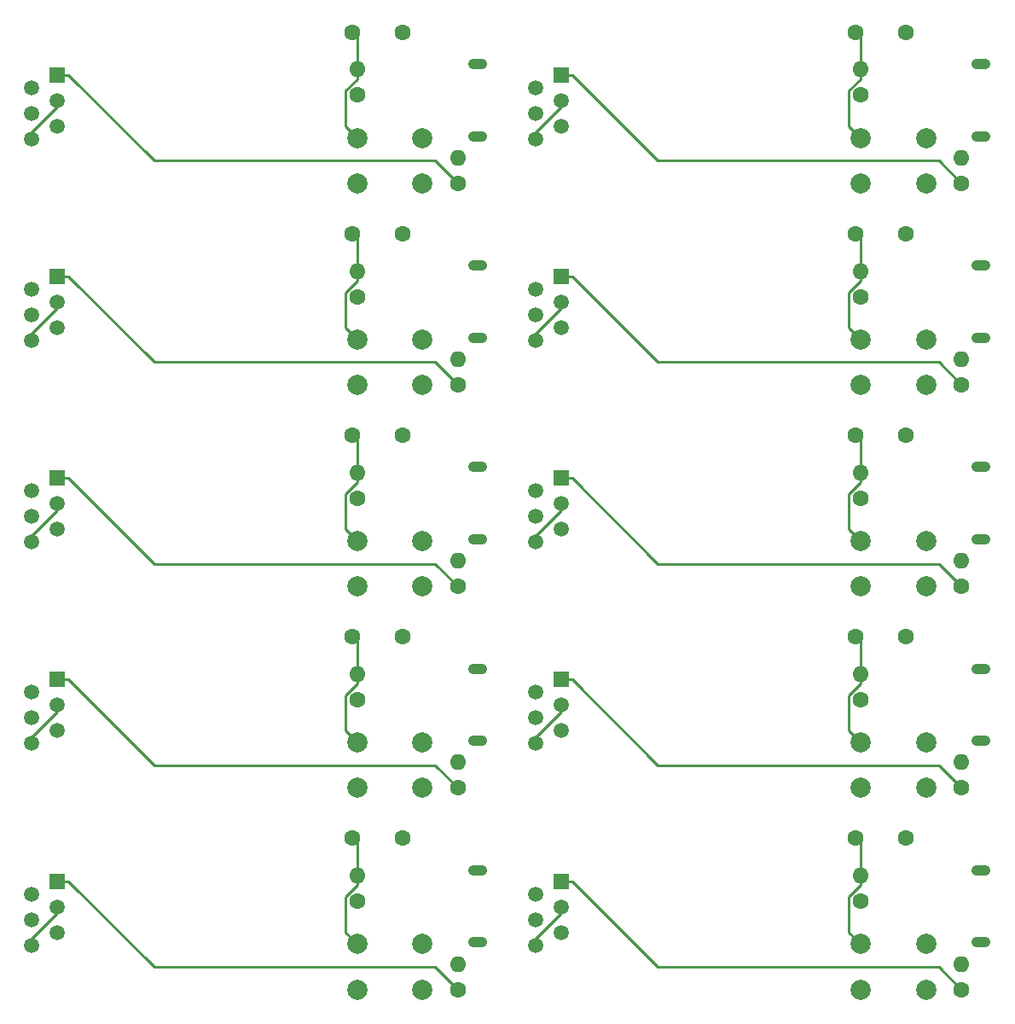
<source format=gbr>
%TF.GenerationSoftware,KiCad,Pcbnew,(5.1.9)-1*%
%TF.CreationDate,2021-04-07T06:54:24+02:00*%
%TF.ProjectId,IM350_AM550_5V_multi,494d3335-305f-4414-9d35-35305f35565f,rev?*%
%TF.SameCoordinates,Original*%
%TF.FileFunction,Copper,L2,Bot*%
%TF.FilePolarity,Positive*%
%FSLAX46Y46*%
G04 Gerber Fmt 4.6, Leading zero omitted, Abs format (unit mm)*
G04 Created by KiCad (PCBNEW (5.1.9)-1) date 2021-04-07 06:54:24*
%MOMM*%
%LPD*%
G01*
G04 APERTURE LIST*
%TA.AperFunction,ComponentPad*%
%ADD10R,1.520000X1.520000*%
%TD*%
%TA.AperFunction,ComponentPad*%
%ADD11C,1.520000*%
%TD*%
%TA.AperFunction,ComponentPad*%
%ADD12O,1.900000X1.050000*%
%TD*%
%TA.AperFunction,ComponentPad*%
%ADD13C,1.600000*%
%TD*%
%TA.AperFunction,ComponentPad*%
%ADD14O,1.600000X1.600000*%
%TD*%
%TA.AperFunction,ComponentPad*%
%ADD15C,2.000000*%
%TD*%
%TA.AperFunction,Conductor*%
%ADD16C,0.250000*%
%TD*%
G04 APERTURE END LIST*
D10*
%TO.P,J7,1*%
%TO.N,Net-(J7-Pad1)*%
X97550000Y-120750000D03*
D11*
%TO.P,J7,2*%
%TO.N,Net-(J7-Pad2)*%
X95010000Y-122020000D03*
%TO.P,J7,3*%
%TO.N,Net-(C2-Pad2)*%
X97550000Y-123290000D03*
%TO.P,J7,4*%
%TO.N,Net-(J7-Pad4)*%
X95010000Y-124560000D03*
%TO.P,J7,5*%
%TO.N,Net-(J7-Pad5)*%
X97550000Y-125830000D03*
%TO.P,J7,6*%
%TO.N,Net-(C2-Pad2)*%
X95010000Y-127100000D03*
%TD*%
D12*
%TO.P,J5,*%
%TO.N,*%
X139250000Y-99675000D03*
X139250000Y-106825000D03*
%TD*%
D13*
%TO.P,C2,1*%
%TO.N,+3V3*%
X131800000Y-96500000D03*
%TO.P,C2,2*%
%TO.N,Net-(C2-Pad2)*%
X126800000Y-96500000D03*
%TD*%
D14*
%TO.P,R1,2*%
%TO.N,Net-(C2-Pad2)*%
X127300000Y-100210000D03*
D13*
%TO.P,R1,1*%
%TO.N,Net-(R1-Pad1)*%
X127300000Y-102750000D03*
%TD*%
D15*
%TO.P,SW1,1*%
%TO.N,Net-(SW1-Pad1)*%
X127300000Y-131500000D03*
%TO.P,SW1,2*%
%TO.N,Net-(C2-Pad2)*%
X127300000Y-127000000D03*
%TO.P,SW1,1*%
%TO.N,Net-(SW1-Pad1)*%
X133800000Y-131500000D03*
%TO.P,SW1,2*%
%TO.N,Net-(C2-Pad2)*%
X133800000Y-127000000D03*
%TD*%
D13*
%TO.P,R1,1*%
%TO.N,Net-(R1-Pad1)*%
X127300000Y-122750000D03*
D14*
%TO.P,R1,2*%
%TO.N,Net-(C2-Pad2)*%
X127300000Y-120210000D03*
%TD*%
D13*
%TO.P,C2,2*%
%TO.N,Net-(C2-Pad2)*%
X126800000Y-116500000D03*
%TO.P,C2,1*%
%TO.N,+3V3*%
X131800000Y-116500000D03*
%TD*%
D15*
%TO.P,SW1,2*%
%TO.N,Net-(C2-Pad2)*%
X133800000Y-107000000D03*
%TO.P,SW1,1*%
%TO.N,Net-(SW1-Pad1)*%
X133800000Y-111500000D03*
%TO.P,SW1,2*%
%TO.N,Net-(C2-Pad2)*%
X127300000Y-107000000D03*
%TO.P,SW1,1*%
%TO.N,Net-(SW1-Pad1)*%
X127300000Y-111500000D03*
%TD*%
D14*
%TO.P,R5,2*%
%TO.N,Net-(J7-Pad5)*%
X137300000Y-128960000D03*
D13*
%TO.P,R5,1*%
%TO.N,Net-(J7-Pad1)*%
X137300000Y-131500000D03*
%TD*%
D11*
%TO.P,J7,6*%
%TO.N,Net-(C2-Pad2)*%
X95010000Y-107100000D03*
%TO.P,J7,5*%
%TO.N,Net-(J7-Pad5)*%
X97550000Y-105830000D03*
%TO.P,J7,4*%
%TO.N,Net-(J7-Pad4)*%
X95010000Y-104560000D03*
%TO.P,J7,3*%
%TO.N,Net-(C2-Pad2)*%
X97550000Y-103290000D03*
%TO.P,J7,2*%
%TO.N,Net-(J7-Pad2)*%
X95010000Y-102020000D03*
D10*
%TO.P,J7,1*%
%TO.N,Net-(J7-Pad1)*%
X97550000Y-100750000D03*
%TD*%
D12*
%TO.P,J5,*%
%TO.N,*%
X139250000Y-126825000D03*
X139250000Y-119675000D03*
%TD*%
D13*
%TO.P,R5,1*%
%TO.N,Net-(J7-Pad1)*%
X137300000Y-111500000D03*
D14*
%TO.P,R5,2*%
%TO.N,Net-(J7-Pad5)*%
X137300000Y-108960000D03*
%TD*%
D12*
%TO.P,J5,*%
%TO.N,*%
X139250000Y-86825000D03*
X139250000Y-79675000D03*
%TD*%
D13*
%TO.P,C2,2*%
%TO.N,Net-(C2-Pad2)*%
X126800000Y-76500000D03*
%TO.P,C2,1*%
%TO.N,+3V3*%
X131800000Y-76500000D03*
%TD*%
D10*
%TO.P,J7,1*%
%TO.N,Net-(J7-Pad1)*%
X97550000Y-80750000D03*
D11*
%TO.P,J7,2*%
%TO.N,Net-(J7-Pad2)*%
X95010000Y-82020000D03*
%TO.P,J7,3*%
%TO.N,Net-(C2-Pad2)*%
X97550000Y-83290000D03*
%TO.P,J7,4*%
%TO.N,Net-(J7-Pad4)*%
X95010000Y-84560000D03*
%TO.P,J7,5*%
%TO.N,Net-(J7-Pad5)*%
X97550000Y-85830000D03*
%TO.P,J7,6*%
%TO.N,Net-(C2-Pad2)*%
X95010000Y-87100000D03*
%TD*%
D13*
%TO.P,R1,1*%
%TO.N,Net-(R1-Pad1)*%
X127300000Y-82750000D03*
D14*
%TO.P,R1,2*%
%TO.N,Net-(C2-Pad2)*%
X127300000Y-80210000D03*
%TD*%
%TO.P,R5,2*%
%TO.N,Net-(J7-Pad5)*%
X137300000Y-88960000D03*
D13*
%TO.P,R5,1*%
%TO.N,Net-(J7-Pad1)*%
X137300000Y-91500000D03*
%TD*%
D15*
%TO.P,SW1,1*%
%TO.N,Net-(SW1-Pad1)*%
X127300000Y-91500000D03*
%TO.P,SW1,2*%
%TO.N,Net-(C2-Pad2)*%
X127300000Y-87000000D03*
%TO.P,SW1,1*%
%TO.N,Net-(SW1-Pad1)*%
X133800000Y-91500000D03*
%TO.P,SW1,2*%
%TO.N,Net-(C2-Pad2)*%
X133800000Y-87000000D03*
%TD*%
D11*
%TO.P,J7,6*%
%TO.N,Net-(C2-Pad2)*%
X95010000Y-67100000D03*
%TO.P,J7,5*%
%TO.N,Net-(J7-Pad5)*%
X97550000Y-65830000D03*
%TO.P,J7,4*%
%TO.N,Net-(J7-Pad4)*%
X95010000Y-64560000D03*
%TO.P,J7,3*%
%TO.N,Net-(C2-Pad2)*%
X97550000Y-63290000D03*
%TO.P,J7,2*%
%TO.N,Net-(J7-Pad2)*%
X95010000Y-62020000D03*
D10*
%TO.P,J7,1*%
%TO.N,Net-(J7-Pad1)*%
X97550000Y-60750000D03*
%TD*%
D13*
%TO.P,C2,1*%
%TO.N,+3V3*%
X131800000Y-56500000D03*
%TO.P,C2,2*%
%TO.N,Net-(C2-Pad2)*%
X126800000Y-56500000D03*
%TD*%
D12*
%TO.P,J5,*%
%TO.N,*%
X139250000Y-59675000D03*
X139250000Y-66825000D03*
%TD*%
D10*
%TO.P,J7,1*%
%TO.N,Net-(J7-Pad1)*%
X97550000Y-40750000D03*
D11*
%TO.P,J7,2*%
%TO.N,Net-(J7-Pad2)*%
X95010000Y-42020000D03*
%TO.P,J7,3*%
%TO.N,Net-(C2-Pad2)*%
X97550000Y-43290000D03*
%TO.P,J7,4*%
%TO.N,Net-(J7-Pad4)*%
X95010000Y-44560000D03*
%TO.P,J7,5*%
%TO.N,Net-(J7-Pad5)*%
X97550000Y-45830000D03*
%TO.P,J7,6*%
%TO.N,Net-(C2-Pad2)*%
X95010000Y-47100000D03*
%TD*%
D15*
%TO.P,SW1,2*%
%TO.N,Net-(C2-Pad2)*%
X133800000Y-67000000D03*
%TO.P,SW1,1*%
%TO.N,Net-(SW1-Pad1)*%
X133800000Y-71500000D03*
%TO.P,SW1,2*%
%TO.N,Net-(C2-Pad2)*%
X127300000Y-67000000D03*
%TO.P,SW1,1*%
%TO.N,Net-(SW1-Pad1)*%
X127300000Y-71500000D03*
%TD*%
D14*
%TO.P,R1,2*%
%TO.N,Net-(C2-Pad2)*%
X127300000Y-60210000D03*
D13*
%TO.P,R1,1*%
%TO.N,Net-(R1-Pad1)*%
X127300000Y-62750000D03*
%TD*%
%TO.P,R5,1*%
%TO.N,Net-(J7-Pad1)*%
X137300000Y-71500000D03*
D14*
%TO.P,R5,2*%
%TO.N,Net-(J7-Pad5)*%
X137300000Y-68960000D03*
%TD*%
D13*
%TO.P,R1,1*%
%TO.N,Net-(R1-Pad1)*%
X127300000Y-42750000D03*
D14*
%TO.P,R1,2*%
%TO.N,Net-(C2-Pad2)*%
X127300000Y-40210000D03*
%TD*%
D13*
%TO.P,C2,2*%
%TO.N,Net-(C2-Pad2)*%
X126800000Y-36500000D03*
%TO.P,C2,1*%
%TO.N,+3V3*%
X131800000Y-36500000D03*
%TD*%
D15*
%TO.P,SW1,1*%
%TO.N,Net-(SW1-Pad1)*%
X127300000Y-51500000D03*
%TO.P,SW1,2*%
%TO.N,Net-(C2-Pad2)*%
X127300000Y-47000000D03*
%TO.P,SW1,1*%
%TO.N,Net-(SW1-Pad1)*%
X133800000Y-51500000D03*
%TO.P,SW1,2*%
%TO.N,Net-(C2-Pad2)*%
X133800000Y-47000000D03*
%TD*%
D14*
%TO.P,R5,2*%
%TO.N,Net-(J7-Pad5)*%
X137300000Y-48960000D03*
D13*
%TO.P,R5,1*%
%TO.N,Net-(J7-Pad1)*%
X137300000Y-51500000D03*
%TD*%
D12*
%TO.P,J5,*%
%TO.N,*%
X139250000Y-46825000D03*
X139250000Y-39675000D03*
%TD*%
%TO.P,J5,*%
%TO.N,*%
X89250000Y-119675000D03*
X89250000Y-126825000D03*
%TD*%
D13*
%TO.P,C2,1*%
%TO.N,+3V3*%
X81800000Y-116500000D03*
%TO.P,C2,2*%
%TO.N,Net-(C2-Pad2)*%
X76800000Y-116500000D03*
%TD*%
D14*
%TO.P,R1,2*%
%TO.N,Net-(C2-Pad2)*%
X77300000Y-120210000D03*
D13*
%TO.P,R1,1*%
%TO.N,Net-(R1-Pad1)*%
X77300000Y-122750000D03*
%TD*%
D15*
%TO.P,SW1,2*%
%TO.N,Net-(C2-Pad2)*%
X83800000Y-127000000D03*
%TO.P,SW1,1*%
%TO.N,Net-(SW1-Pad1)*%
X83800000Y-131500000D03*
%TO.P,SW1,2*%
%TO.N,Net-(C2-Pad2)*%
X77300000Y-127000000D03*
%TO.P,SW1,1*%
%TO.N,Net-(SW1-Pad1)*%
X77300000Y-131500000D03*
%TD*%
D11*
%TO.P,J7,6*%
%TO.N,Net-(C2-Pad2)*%
X45010000Y-127100000D03*
%TO.P,J7,5*%
%TO.N,Net-(J7-Pad5)*%
X47550000Y-125830000D03*
%TO.P,J7,4*%
%TO.N,Net-(J7-Pad4)*%
X45010000Y-124560000D03*
%TO.P,J7,3*%
%TO.N,Net-(C2-Pad2)*%
X47550000Y-123290000D03*
%TO.P,J7,2*%
%TO.N,Net-(J7-Pad2)*%
X45010000Y-122020000D03*
D10*
%TO.P,J7,1*%
%TO.N,Net-(J7-Pad1)*%
X47550000Y-120750000D03*
%TD*%
D13*
%TO.P,R5,1*%
%TO.N,Net-(J7-Pad1)*%
X87300000Y-131500000D03*
D14*
%TO.P,R5,2*%
%TO.N,Net-(J7-Pad5)*%
X87300000Y-128960000D03*
%TD*%
D12*
%TO.P,J5,*%
%TO.N,*%
X89250000Y-106825000D03*
X89250000Y-99675000D03*
%TD*%
D13*
%TO.P,C2,2*%
%TO.N,Net-(C2-Pad2)*%
X76800000Y-96500000D03*
%TO.P,C2,1*%
%TO.N,+3V3*%
X81800000Y-96500000D03*
%TD*%
D10*
%TO.P,J7,1*%
%TO.N,Net-(J7-Pad1)*%
X47550000Y-100750000D03*
D11*
%TO.P,J7,2*%
%TO.N,Net-(J7-Pad2)*%
X45010000Y-102020000D03*
%TO.P,J7,3*%
%TO.N,Net-(C2-Pad2)*%
X47550000Y-103290000D03*
%TO.P,J7,4*%
%TO.N,Net-(J7-Pad4)*%
X45010000Y-104560000D03*
%TO.P,J7,5*%
%TO.N,Net-(J7-Pad5)*%
X47550000Y-105830000D03*
%TO.P,J7,6*%
%TO.N,Net-(C2-Pad2)*%
X45010000Y-107100000D03*
%TD*%
D13*
%TO.P,R1,1*%
%TO.N,Net-(R1-Pad1)*%
X77300000Y-102750000D03*
D14*
%TO.P,R1,2*%
%TO.N,Net-(C2-Pad2)*%
X77300000Y-100210000D03*
%TD*%
%TO.P,R5,2*%
%TO.N,Net-(J7-Pad5)*%
X87300000Y-108960000D03*
D13*
%TO.P,R5,1*%
%TO.N,Net-(J7-Pad1)*%
X87300000Y-111500000D03*
%TD*%
D15*
%TO.P,SW1,1*%
%TO.N,Net-(SW1-Pad1)*%
X77300000Y-111500000D03*
%TO.P,SW1,2*%
%TO.N,Net-(C2-Pad2)*%
X77300000Y-107000000D03*
%TO.P,SW1,1*%
%TO.N,Net-(SW1-Pad1)*%
X83800000Y-111500000D03*
%TO.P,SW1,2*%
%TO.N,Net-(C2-Pad2)*%
X83800000Y-107000000D03*
%TD*%
D11*
%TO.P,J7,6*%
%TO.N,Net-(C2-Pad2)*%
X45010000Y-87100000D03*
%TO.P,J7,5*%
%TO.N,Net-(J7-Pad5)*%
X47550000Y-85830000D03*
%TO.P,J7,4*%
%TO.N,Net-(J7-Pad4)*%
X45010000Y-84560000D03*
%TO.P,J7,3*%
%TO.N,Net-(C2-Pad2)*%
X47550000Y-83290000D03*
%TO.P,J7,2*%
%TO.N,Net-(J7-Pad2)*%
X45010000Y-82020000D03*
D10*
%TO.P,J7,1*%
%TO.N,Net-(J7-Pad1)*%
X47550000Y-80750000D03*
%TD*%
D13*
%TO.P,C2,1*%
%TO.N,+3V3*%
X81800000Y-76500000D03*
%TO.P,C2,2*%
%TO.N,Net-(C2-Pad2)*%
X76800000Y-76500000D03*
%TD*%
D12*
%TO.P,J5,*%
%TO.N,*%
X89250000Y-79675000D03*
X89250000Y-86825000D03*
%TD*%
D15*
%TO.P,SW1,2*%
%TO.N,Net-(C2-Pad2)*%
X83800000Y-87000000D03*
%TO.P,SW1,1*%
%TO.N,Net-(SW1-Pad1)*%
X83800000Y-91500000D03*
%TO.P,SW1,2*%
%TO.N,Net-(C2-Pad2)*%
X77300000Y-87000000D03*
%TO.P,SW1,1*%
%TO.N,Net-(SW1-Pad1)*%
X77300000Y-91500000D03*
%TD*%
D14*
%TO.P,R1,2*%
%TO.N,Net-(C2-Pad2)*%
X77300000Y-80210000D03*
D13*
%TO.P,R1,1*%
%TO.N,Net-(R1-Pad1)*%
X77300000Y-82750000D03*
%TD*%
%TO.P,R5,1*%
%TO.N,Net-(J7-Pad1)*%
X87300000Y-91500000D03*
D14*
%TO.P,R5,2*%
%TO.N,Net-(J7-Pad5)*%
X87300000Y-88960000D03*
%TD*%
D10*
%TO.P,J7,1*%
%TO.N,Net-(J7-Pad1)*%
X47550000Y-60750000D03*
D11*
%TO.P,J7,2*%
%TO.N,Net-(J7-Pad2)*%
X45010000Y-62020000D03*
%TO.P,J7,3*%
%TO.N,Net-(C2-Pad2)*%
X47550000Y-63290000D03*
%TO.P,J7,4*%
%TO.N,Net-(J7-Pad4)*%
X45010000Y-64560000D03*
%TO.P,J7,5*%
%TO.N,Net-(J7-Pad5)*%
X47550000Y-65830000D03*
%TO.P,J7,6*%
%TO.N,Net-(C2-Pad2)*%
X45010000Y-67100000D03*
%TD*%
D13*
%TO.P,R1,1*%
%TO.N,Net-(R1-Pad1)*%
X77300000Y-62750000D03*
D14*
%TO.P,R1,2*%
%TO.N,Net-(C2-Pad2)*%
X77300000Y-60210000D03*
%TD*%
D13*
%TO.P,C2,2*%
%TO.N,Net-(C2-Pad2)*%
X76800000Y-56500000D03*
%TO.P,C2,1*%
%TO.N,+3V3*%
X81800000Y-56500000D03*
%TD*%
D15*
%TO.P,SW1,1*%
%TO.N,Net-(SW1-Pad1)*%
X77300000Y-71500000D03*
%TO.P,SW1,2*%
%TO.N,Net-(C2-Pad2)*%
X77300000Y-67000000D03*
%TO.P,SW1,1*%
%TO.N,Net-(SW1-Pad1)*%
X83800000Y-71500000D03*
%TO.P,SW1,2*%
%TO.N,Net-(C2-Pad2)*%
X83800000Y-67000000D03*
%TD*%
D14*
%TO.P,R5,2*%
%TO.N,Net-(J7-Pad5)*%
X87300000Y-68960000D03*
D13*
%TO.P,R5,1*%
%TO.N,Net-(J7-Pad1)*%
X87300000Y-71500000D03*
%TD*%
D12*
%TO.P,J5,*%
%TO.N,*%
X89250000Y-66825000D03*
X89250000Y-59675000D03*
%TD*%
D13*
%TO.P,C2,1*%
%TO.N,+3V3*%
X81800000Y-36500000D03*
%TO.P,C2,2*%
%TO.N,Net-(C2-Pad2)*%
X76800000Y-36500000D03*
%TD*%
D12*
%TO.P,J5,*%
%TO.N,*%
X89250000Y-39675000D03*
X89250000Y-46825000D03*
%TD*%
D14*
%TO.P,R1,2*%
%TO.N,Net-(C2-Pad2)*%
X77300000Y-40210000D03*
D13*
%TO.P,R1,1*%
%TO.N,Net-(R1-Pad1)*%
X77300000Y-42750000D03*
%TD*%
%TO.P,R5,1*%
%TO.N,Net-(J7-Pad1)*%
X87300000Y-51500000D03*
D14*
%TO.P,R5,2*%
%TO.N,Net-(J7-Pad5)*%
X87300000Y-48960000D03*
%TD*%
D15*
%TO.P,SW1,2*%
%TO.N,Net-(C2-Pad2)*%
X83800000Y-47000000D03*
%TO.P,SW1,1*%
%TO.N,Net-(SW1-Pad1)*%
X83800000Y-51500000D03*
%TO.P,SW1,2*%
%TO.N,Net-(C2-Pad2)*%
X77300000Y-47000000D03*
%TO.P,SW1,1*%
%TO.N,Net-(SW1-Pad1)*%
X77300000Y-51500000D03*
%TD*%
D11*
%TO.P,J7,6*%
%TO.N,Net-(C2-Pad2)*%
X45010000Y-47100000D03*
%TO.P,J7,5*%
%TO.N,Net-(J7-Pad5)*%
X47550000Y-45830000D03*
%TO.P,J7,4*%
%TO.N,Net-(J7-Pad4)*%
X45010000Y-44560000D03*
%TO.P,J7,3*%
%TO.N,Net-(C2-Pad2)*%
X47550000Y-43290000D03*
%TO.P,J7,2*%
%TO.N,Net-(J7-Pad2)*%
X45010000Y-42020000D03*
D10*
%TO.P,J7,1*%
%TO.N,Net-(J7-Pad1)*%
X47550000Y-40750000D03*
%TD*%
D16*
%TO.N,Net-(C2-Pad2)*%
X77300000Y-41155200D02*
X76129100Y-42326100D01*
X76129100Y-42326100D02*
X76129100Y-45829100D01*
X76129100Y-45829100D02*
X77300000Y-47000000D01*
X77300000Y-40210000D02*
X77300000Y-41155200D01*
X76800000Y-36500000D02*
X77300000Y-37000000D01*
X77300000Y-37000000D02*
X77300000Y-40210000D01*
X47550000Y-43290000D02*
X47550000Y-43925100D01*
X47550000Y-43925100D02*
X45010000Y-46465100D01*
X45010000Y-46465100D02*
X45010000Y-47100000D01*
X77300000Y-60210000D02*
X77300000Y-61155200D01*
X45010000Y-66465100D02*
X45010000Y-67100000D01*
X77300000Y-57000000D02*
X77300000Y-60210000D01*
X77300000Y-61155200D02*
X76129100Y-62326100D01*
X76129100Y-65829100D02*
X77300000Y-67000000D01*
X47550000Y-63290000D02*
X47550000Y-63925100D01*
X76129100Y-62326100D02*
X76129100Y-65829100D01*
X47550000Y-63925100D02*
X45010000Y-66465100D01*
X76800000Y-56500000D02*
X77300000Y-57000000D01*
X77300000Y-77000000D02*
X77300000Y-80210000D01*
X76129100Y-85829100D02*
X77300000Y-87000000D01*
X47550000Y-83290000D02*
X47550000Y-83925100D01*
X76129100Y-82326100D02*
X76129100Y-85829100D01*
X45010000Y-86465100D02*
X45010000Y-87100000D01*
X77300000Y-81155200D02*
X76129100Y-82326100D01*
X47550000Y-83925100D02*
X45010000Y-86465100D01*
X76800000Y-76500000D02*
X77300000Y-77000000D01*
X77300000Y-80210000D02*
X77300000Y-81155200D01*
X76129100Y-105829100D02*
X77300000Y-107000000D01*
X77300000Y-97000000D02*
X77300000Y-100210000D01*
X47550000Y-103925100D02*
X45010000Y-106465100D01*
X47550000Y-103290000D02*
X47550000Y-103925100D01*
X45010000Y-106465100D02*
X45010000Y-107100000D01*
X77300000Y-100210000D02*
X77300000Y-101155200D01*
X77300000Y-101155200D02*
X76129100Y-102326100D01*
X76129100Y-102326100D02*
X76129100Y-105829100D01*
X76800000Y-96500000D02*
X77300000Y-97000000D01*
X45010000Y-126465100D02*
X45010000Y-127100000D01*
X77300000Y-120210000D02*
X77300000Y-121155200D01*
X47550000Y-123290000D02*
X47550000Y-123925100D01*
X77300000Y-117000000D02*
X77300000Y-120210000D01*
X76129100Y-125829100D02*
X77300000Y-127000000D01*
X47550000Y-123925100D02*
X45010000Y-126465100D01*
X77300000Y-121155200D02*
X76129100Y-122326100D01*
X76129100Y-122326100D02*
X76129100Y-125829100D01*
X76800000Y-116500000D02*
X77300000Y-117000000D01*
X127300000Y-57000000D02*
X127300000Y-60210000D01*
X126129100Y-65829100D02*
X127300000Y-67000000D01*
X97550000Y-63290000D02*
X97550000Y-63925100D01*
X126129100Y-62326100D02*
X126129100Y-65829100D01*
X95010000Y-66465100D02*
X95010000Y-67100000D01*
X127300000Y-61155200D02*
X126129100Y-62326100D01*
X97550000Y-63925100D02*
X95010000Y-66465100D01*
X126800000Y-56500000D02*
X127300000Y-57000000D01*
X127300000Y-60210000D02*
X127300000Y-61155200D01*
X127300000Y-40210000D02*
X127300000Y-41155200D01*
X95010000Y-46465100D02*
X95010000Y-47100000D01*
X127300000Y-37000000D02*
X127300000Y-40210000D01*
X127300000Y-41155200D02*
X126129100Y-42326100D01*
X126129100Y-45829100D02*
X127300000Y-47000000D01*
X97550000Y-43290000D02*
X97550000Y-43925100D01*
X126129100Y-42326100D02*
X126129100Y-45829100D01*
X97550000Y-43925100D02*
X95010000Y-46465100D01*
X126800000Y-36500000D02*
X127300000Y-37000000D01*
X95010000Y-106465100D02*
X95010000Y-107100000D01*
X127300000Y-100210000D02*
X127300000Y-101155200D01*
X97550000Y-103290000D02*
X97550000Y-103925100D01*
X127300000Y-97000000D02*
X127300000Y-100210000D01*
X126129100Y-105829100D02*
X127300000Y-107000000D01*
X97550000Y-103925100D02*
X95010000Y-106465100D01*
X127300000Y-101155200D02*
X126129100Y-102326100D01*
X126129100Y-102326100D02*
X126129100Y-105829100D01*
X95010000Y-126465100D02*
X95010000Y-127100000D01*
X97550000Y-123290000D02*
X97550000Y-123925100D01*
X126800000Y-96500000D02*
X127300000Y-97000000D01*
X127300000Y-120210000D02*
X127300000Y-121155200D01*
X126129100Y-125829100D02*
X127300000Y-127000000D01*
X127300000Y-121155200D02*
X126129100Y-122326100D01*
X127300000Y-117000000D02*
X127300000Y-120210000D01*
X97550000Y-123925100D02*
X95010000Y-126465100D01*
X126129100Y-122326100D02*
X126129100Y-125829100D01*
X126800000Y-116500000D02*
X127300000Y-117000000D01*
X126129100Y-85829100D02*
X127300000Y-87000000D01*
X127300000Y-77000000D02*
X127300000Y-80210000D01*
X97550000Y-83925100D02*
X95010000Y-86465100D01*
X97550000Y-83290000D02*
X97550000Y-83925100D01*
X95010000Y-86465100D02*
X95010000Y-87100000D01*
X127300000Y-80210000D02*
X127300000Y-81155200D01*
X127300000Y-81155200D02*
X126129100Y-82326100D01*
X126129100Y-82326100D02*
X126129100Y-85829100D01*
X126800000Y-76500000D02*
X127300000Y-77000000D01*
%TO.N,Net-(J7-Pad1)*%
X47550000Y-40750000D02*
X48635300Y-40750000D01*
X87300000Y-51500000D02*
X85050000Y-49250000D01*
X85050000Y-49250000D02*
X57135300Y-49250000D01*
X57135300Y-49250000D02*
X48635300Y-40750000D01*
X47550000Y-60750000D02*
X48635300Y-60750000D01*
X87300000Y-71500000D02*
X85050000Y-69250000D01*
X85050000Y-69250000D02*
X57135300Y-69250000D01*
X57135300Y-69250000D02*
X48635300Y-60750000D01*
X57135300Y-89250000D02*
X48635300Y-80750000D01*
X85050000Y-89250000D02*
X57135300Y-89250000D01*
X87300000Y-91500000D02*
X85050000Y-89250000D01*
X47550000Y-80750000D02*
X48635300Y-80750000D01*
X57135300Y-109250000D02*
X48635300Y-100750000D01*
X85050000Y-109250000D02*
X57135300Y-109250000D01*
X47550000Y-100750000D02*
X48635300Y-100750000D01*
X87300000Y-111500000D02*
X85050000Y-109250000D01*
X87300000Y-131500000D02*
X85050000Y-129250000D01*
X85050000Y-129250000D02*
X57135300Y-129250000D01*
X57135300Y-129250000D02*
X48635300Y-120750000D01*
X47550000Y-120750000D02*
X48635300Y-120750000D01*
X107135300Y-69250000D02*
X98635300Y-60750000D01*
X135050000Y-69250000D02*
X107135300Y-69250000D01*
X137300000Y-71500000D02*
X135050000Y-69250000D01*
X97550000Y-60750000D02*
X98635300Y-60750000D01*
X97550000Y-40750000D02*
X98635300Y-40750000D01*
X137300000Y-51500000D02*
X135050000Y-49250000D01*
X135050000Y-49250000D02*
X107135300Y-49250000D01*
X107135300Y-49250000D02*
X98635300Y-40750000D01*
X137300000Y-111500000D02*
X135050000Y-109250000D01*
X135050000Y-109250000D02*
X107135300Y-109250000D01*
X107135300Y-109250000D02*
X98635300Y-100750000D01*
X97550000Y-100750000D02*
X98635300Y-100750000D01*
X137300000Y-131500000D02*
X135050000Y-129250000D01*
X97550000Y-120750000D02*
X98635300Y-120750000D01*
X107135300Y-129250000D02*
X98635300Y-120750000D01*
X135050000Y-129250000D02*
X107135300Y-129250000D01*
X107135300Y-89250000D02*
X98635300Y-80750000D01*
X135050000Y-89250000D02*
X107135300Y-89250000D01*
X97550000Y-80750000D02*
X98635300Y-80750000D01*
X137300000Y-91500000D02*
X135050000Y-89250000D01*
%TD*%
M02*

</source>
